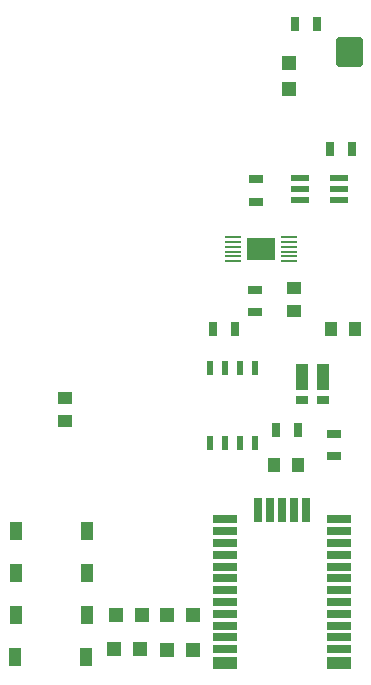
<source format=gbr>
G04 #@! TF.GenerationSoftware,KiCad,Pcbnew,(5.0.1)-rc2*
G04 #@! TF.CreationDate,2018-11-18T21:24:52-07:00*
G04 #@! TF.ProjectId,GPSLogger,4750534C6F676765722E6B696361645F,rev?*
G04 #@! TF.SameCoordinates,Original*
G04 #@! TF.FileFunction,Paste,Top*
G04 #@! TF.FilePolarity,Positive*
%FSLAX46Y46*%
G04 Gerber Fmt 4.6, Leading zero omitted, Abs format (unit mm)*
G04 Created by KiCad (PCBNEW (5.0.1)-rc2) date 11/18/2018 9:24:52 PM*
%MOMM*%
%LPD*%
G01*
G04 APERTURE LIST*
%ADD10C,0.508000*%
%ADD11R,1.000000X1.500000*%
%ADD12R,1.250000X1.000000*%
%ADD13R,1.000000X1.250000*%
%ADD14R,1.200000X1.200000*%
%ADD15R,0.700000X1.300000*%
%ADD16R,1.300000X0.700000*%
%ADD17R,1.500000X0.599999*%
%ADD18O,1.500000X0.250000*%
%ADD19R,2.450000X1.950001*%
%ADD20R,0.508000X1.143000*%
%ADD21R,0.700000X2.000000*%
%ADD22R,2.000000X0.700000*%
%ADD23R,2.000000X1.000000*%
%ADD24R,1.010000X2.287000*%
%ADD25R,1.010000X0.762000*%
G04 APERTURE END LIST*
D10*
G04 #@! TO.C,JP2*
X160528000Y-41236900D02*
X162306000Y-41236900D01*
X160528000Y-43268900D02*
X162306000Y-43268900D01*
X160528000Y-41236900D02*
X160528000Y-43268900D01*
X160782000Y-41236900D02*
X160782000Y-43268900D01*
X161290000Y-41236900D02*
X161290000Y-43268900D01*
X161798000Y-41236900D02*
X161798000Y-43268900D01*
X162306000Y-41236900D02*
X162306000Y-43268900D01*
G04 #@! TD*
D11*
G04 #@! TO.C,J7*
X139192000Y-86336000D03*
X133192000Y-86336000D03*
G04 #@! TD*
D12*
G04 #@! TO.C,C2*
X137350500Y-71501000D03*
X137350500Y-73501000D03*
G04 #@! TD*
D13*
G04 #@! TO.C,C3*
X157067000Y-77216000D03*
X155067000Y-77216000D03*
G04 #@! TD*
D12*
G04 #@! TO.C,C4*
X156718000Y-64198500D03*
X156718000Y-62198500D03*
G04 #@! TD*
D13*
G04 #@! TO.C,C6*
X161909000Y-65722500D03*
X159909000Y-65722500D03*
G04 #@! TD*
D14*
G04 #@! TO.C,D1*
X146009000Y-92837000D03*
X148209000Y-92837000D03*
G04 #@! TD*
G04 #@! TO.C,D2*
X141521000Y-92773500D03*
X143721000Y-92773500D03*
G04 #@! TD*
G04 #@! TO.C,D3*
X145966000Y-89916000D03*
X148166000Y-89916000D03*
G04 #@! TD*
G04 #@! TO.C,D4*
X143848000Y-89916000D03*
X141648000Y-89916000D03*
G04 #@! TD*
G04 #@! TO.C,D5*
X156273500Y-43139000D03*
X156273500Y-45339000D03*
G04 #@! TD*
D11*
G04 #@! TO.C,J5*
X139096000Y-93496000D03*
X133096000Y-93496000D03*
G04 #@! TD*
G04 #@! TO.C,J6*
X133192000Y-89892000D03*
X139192000Y-89892000D03*
G04 #@! TD*
G04 #@! TO.C,J8*
X139192000Y-82780000D03*
X133192000Y-82780000D03*
G04 #@! TD*
D15*
G04 #@! TO.C,R1*
X149865000Y-65722500D03*
X151765000Y-65722500D03*
G04 #@! TD*
D16*
G04 #@! TO.C,R9*
X153479500Y-54925000D03*
X153479500Y-53025000D03*
G04 #@! TD*
G04 #@! TO.C,R10*
X160147000Y-76449000D03*
X160147000Y-74549000D03*
G04 #@! TD*
D15*
G04 #@! TO.C,R12*
X157099000Y-74231500D03*
X155199000Y-74231500D03*
G04 #@! TD*
G04 #@! TO.C,R13*
X156786500Y-39878000D03*
X158686500Y-39878000D03*
G04 #@! TD*
D16*
G04 #@! TO.C,R17*
X153416000Y-64257000D03*
X153416000Y-62357000D03*
G04 #@! TD*
D15*
G04 #@! TO.C,TH1*
X161666000Y-50482500D03*
X159766000Y-50482500D03*
G04 #@! TD*
D17*
G04 #@! TO.C,U6*
X157258000Y-52897999D03*
X157248000Y-53848000D03*
X157248000Y-54797998D03*
X160528000Y-54797998D03*
X160528000Y-53848000D03*
X160528000Y-52897999D03*
G04 #@! TD*
D18*
G04 #@! TO.C,U7*
X151574000Y-57927999D03*
D19*
X153924000Y-58927997D03*
D18*
X151574000Y-58328000D03*
X151574000Y-58728000D03*
X151574000Y-59128000D03*
X151574000Y-59528000D03*
X151574000Y-59928000D03*
X156274000Y-59928000D03*
X156274000Y-59528000D03*
X156274000Y-59128000D03*
X156274000Y-58728000D03*
X156274000Y-58328000D03*
X156274000Y-57928000D03*
G04 #@! TD*
D20*
G04 #@! TO.C,U5*
X153416000Y-68961000D03*
X152146000Y-68961000D03*
X150876000Y-68961000D03*
X149606000Y-68961000D03*
X149606000Y-75311000D03*
X150876000Y-75311000D03*
X152146000Y-75311000D03*
X153416000Y-75311000D03*
G04 #@! TD*
D21*
G04 #@! TO.C,U1*
X156728000Y-80996000D03*
X155728000Y-80996000D03*
X154728000Y-80996000D03*
X153728000Y-80996000D03*
X157728000Y-80996000D03*
D22*
X150928000Y-81796000D03*
X150928000Y-82796000D03*
X150928000Y-83796000D03*
X150928000Y-84796000D03*
X150928000Y-85796000D03*
X150928000Y-86796000D03*
X150928000Y-87796000D03*
X150928000Y-88796000D03*
X150928000Y-89796000D03*
X150928000Y-90796000D03*
X160528000Y-92796000D03*
X160528000Y-91796000D03*
X160528000Y-90796000D03*
X160528000Y-89796000D03*
X160528000Y-88796000D03*
X160528000Y-87796000D03*
X160528000Y-86796000D03*
X160528000Y-85796000D03*
X160528000Y-84796000D03*
X160528000Y-83796000D03*
X160528000Y-82796000D03*
X160528000Y-81796000D03*
X150928000Y-91796000D03*
X150928000Y-92796000D03*
D23*
X160528000Y-93946000D03*
X150928000Y-93946000D03*
G04 #@! TD*
D24*
G04 #@! TO.C,U9*
X159194500Y-69785500D03*
X157424500Y-69786000D03*
D25*
X157424500Y-71691500D03*
X159194500Y-71691500D03*
G04 #@! TD*
M02*

</source>
